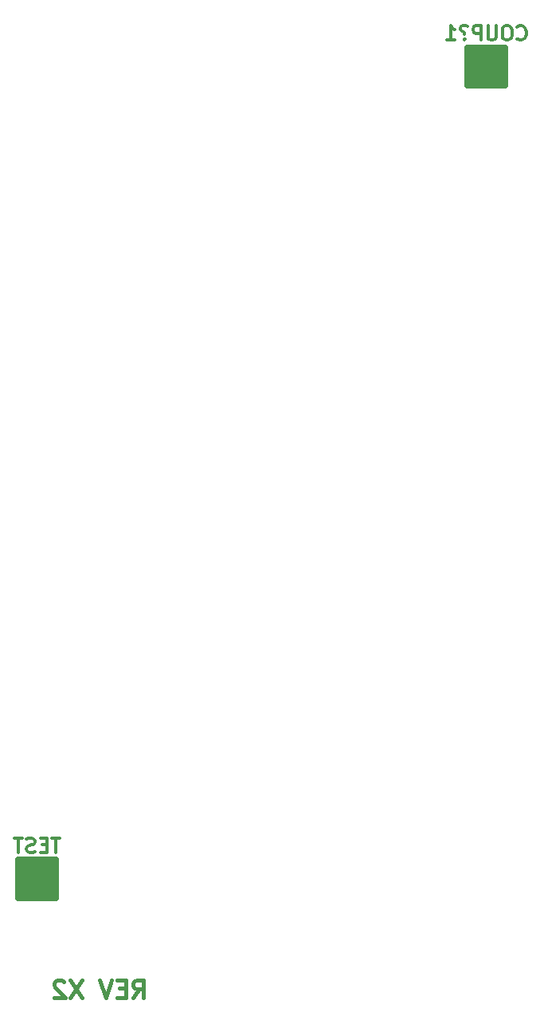
<source format=gbr>
G04 #@! TF.GenerationSoftware,KiCad,Pcbnew,(5.0.2)-1*
G04 #@! TF.CreationDate,2019-03-31T08:08:21-04:00*
G04 #@! TF.ProjectId,BASE-EP4CE6,42415345-2d45-4503-9443-45362e6b6963,X1*
G04 #@! TF.SameCoordinates,Original*
G04 #@! TF.FileFunction,Legend,Bot*
G04 #@! TF.FilePolarity,Positive*
%FSLAX46Y46*%
G04 Gerber Fmt 4.6, Leading zero omitted, Abs format (unit mm)*
G04 Created by KiCad (PCBNEW (5.0.2)-1) date 3/31/2019 8:08:21 AM*
%MOMM*%
%LPD*%
G01*
G04 APERTURE LIST*
%ADD10C,0.381000*%
%ADD11C,0.650000*%
%ADD12C,0.304800*%
G04 APERTURE END LIST*
D10*
X87448571Y-99921785D02*
X88083571Y-99014642D01*
X88537142Y-99921785D02*
X88537142Y-98016785D01*
X87811428Y-98016785D01*
X87630000Y-98107500D01*
X87539285Y-98198214D01*
X87448571Y-98379642D01*
X87448571Y-98651785D01*
X87539285Y-98833214D01*
X87630000Y-98923928D01*
X87811428Y-99014642D01*
X88537142Y-99014642D01*
X86632142Y-98923928D02*
X85997142Y-98923928D01*
X85725000Y-99921785D02*
X86632142Y-99921785D01*
X86632142Y-98016785D01*
X85725000Y-98016785D01*
X85180714Y-98016785D02*
X84545714Y-99921785D01*
X83910714Y-98016785D01*
X82005714Y-98016785D02*
X80735714Y-99921785D01*
X80735714Y-98016785D02*
X82005714Y-99921785D01*
X80100714Y-98198214D02*
X80010000Y-98107500D01*
X79828571Y-98016785D01*
X79375000Y-98016785D01*
X79193571Y-98107500D01*
X79102857Y-98198214D01*
X79012142Y-98379642D01*
X79012142Y-98561071D01*
X79102857Y-98833214D01*
X80191428Y-99921785D01*
X79012142Y-99921785D01*
D11*
G04 #@! TO.C,TEST*
X75241400Y-85299800D02*
X79241400Y-85299800D01*
X79241400Y-85299800D02*
X79241400Y-89299800D01*
X79241400Y-89299800D02*
X75241400Y-89299800D01*
X75241400Y-89299800D02*
X75241400Y-85299800D01*
X75241400Y-85299800D02*
X75241400Y-85799800D01*
X75241400Y-85799800D02*
X79241400Y-85799800D01*
X79241400Y-85799800D02*
X79241400Y-86299800D01*
X79241400Y-86299800D02*
X75241400Y-86299800D01*
X75241400Y-86299800D02*
X75241400Y-86799800D01*
X75241400Y-86799800D02*
X79241400Y-86799800D01*
X79241400Y-86799800D02*
X79241400Y-87299800D01*
X79241400Y-87299800D02*
X75241400Y-87299800D01*
X75241400Y-87299800D02*
X75241400Y-87799800D01*
X75241400Y-87799800D02*
X78741400Y-87799800D01*
X78741400Y-87799800D02*
X79241400Y-87799800D01*
X79241400Y-87799800D02*
X79241400Y-88299800D01*
X79241400Y-88299800D02*
X75241400Y-88299800D01*
X75241400Y-88299800D02*
X75241400Y-88799800D01*
X75241400Y-88799800D02*
X79241400Y-88799800D01*
G04 #@! TO.C,COUP?1*
X123007001Y944999D02*
X127007001Y944999D01*
X127007001Y944999D02*
X127007001Y-3055001D01*
X127007001Y-3055001D02*
X123007001Y-3055001D01*
X123007001Y-3055001D02*
X123007001Y944999D01*
X123007001Y944999D02*
X123007001Y444999D01*
X123007001Y444999D02*
X127007001Y444999D01*
X127007001Y444999D02*
X127007001Y-55001D01*
X127007001Y-55001D02*
X123007001Y-55001D01*
X123007001Y-55001D02*
X123007001Y-555001D01*
X123007001Y-555001D02*
X127007001Y-555001D01*
X127007001Y-555001D02*
X127007001Y-1055001D01*
X127007001Y-1055001D02*
X123007001Y-1055001D01*
X123007001Y-1055001D02*
X123007001Y-1555001D01*
X123007001Y-1555001D02*
X126507001Y-1555001D01*
X126507001Y-1555001D02*
X127007001Y-1555001D01*
X127007001Y-1555001D02*
X127007001Y-2055001D01*
X127007001Y-2055001D02*
X123007001Y-2055001D01*
X123007001Y-2055001D02*
X123007001Y-2555001D01*
X123007001Y-2555001D02*
X127007001Y-2555001D01*
G04 #@! TO.C,TEST*
D12*
X79672542Y-82965228D02*
X78801685Y-82965228D01*
X79237114Y-84489228D02*
X79237114Y-82965228D01*
X78293685Y-83690942D02*
X77785685Y-83690942D01*
X77567971Y-84489228D02*
X78293685Y-84489228D01*
X78293685Y-82965228D01*
X77567971Y-82965228D01*
X76987400Y-84416657D02*
X76769685Y-84489228D01*
X76406828Y-84489228D01*
X76261685Y-84416657D01*
X76189114Y-84344085D01*
X76116542Y-84198942D01*
X76116542Y-84053800D01*
X76189114Y-83908657D01*
X76261685Y-83836085D01*
X76406828Y-83763514D01*
X76697114Y-83690942D01*
X76842257Y-83618371D01*
X76914828Y-83545800D01*
X76987400Y-83400657D01*
X76987400Y-83255514D01*
X76914828Y-83110371D01*
X76842257Y-83037800D01*
X76697114Y-82965228D01*
X76334257Y-82965228D01*
X76116542Y-83037800D01*
X75681114Y-82965228D02*
X74810257Y-82965228D01*
X75245685Y-84489228D02*
X75245685Y-82965228D01*
G04 #@! TO.C,COUP?1*
X128272715Y1900713D02*
X128345286Y1828141D01*
X128563001Y1755570D01*
X128708143Y1755570D01*
X128925858Y1828141D01*
X129071001Y1973284D01*
X129143572Y2118427D01*
X129216143Y2408713D01*
X129216143Y2626427D01*
X129143572Y2916713D01*
X129071001Y3061856D01*
X128925858Y3206999D01*
X128708143Y3279570D01*
X128563001Y3279570D01*
X128345286Y3206999D01*
X128272715Y3134427D01*
X127329286Y3279570D02*
X127039001Y3279570D01*
X126893858Y3206999D01*
X126748715Y3061856D01*
X126676143Y2771570D01*
X126676143Y2263570D01*
X126748715Y1973284D01*
X126893858Y1828141D01*
X127039001Y1755570D01*
X127329286Y1755570D01*
X127474429Y1828141D01*
X127619572Y1973284D01*
X127692143Y2263570D01*
X127692143Y2771570D01*
X127619572Y3061856D01*
X127474429Y3206999D01*
X127329286Y3279570D01*
X126023001Y3279570D02*
X126023001Y2045856D01*
X125950429Y1900713D01*
X125877858Y1828141D01*
X125732715Y1755570D01*
X125442429Y1755570D01*
X125297286Y1828141D01*
X125224715Y1900713D01*
X125152143Y2045856D01*
X125152143Y3279570D01*
X124426429Y1755570D02*
X124426429Y3279570D01*
X123845858Y3279570D01*
X123700715Y3206999D01*
X123628143Y3134427D01*
X123555572Y2989284D01*
X123555572Y2771570D01*
X123628143Y2626427D01*
X123700715Y2553856D01*
X123845858Y2481284D01*
X124426429Y2481284D01*
X122684715Y1900713D02*
X122612143Y1828141D01*
X122684715Y1755570D01*
X122757286Y1828141D01*
X122684715Y1900713D01*
X122684715Y1755570D01*
X122975001Y3206999D02*
X122829858Y3279570D01*
X122467001Y3279570D01*
X122321858Y3206999D01*
X122249286Y3061856D01*
X122249286Y2916713D01*
X122321858Y2771570D01*
X122394429Y2698999D01*
X122539572Y2626427D01*
X122612143Y2553856D01*
X122684715Y2408713D01*
X122684715Y2336141D01*
X120797858Y1755570D02*
X121668715Y1755570D01*
X121233286Y1755570D02*
X121233286Y3279570D01*
X121378429Y3061856D01*
X121523572Y2916713D01*
X121668715Y2844141D01*
G04 #@! TD*
M02*

</source>
